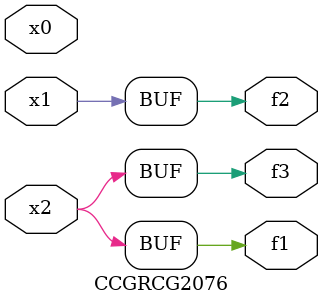
<source format=v>
module CCGRCG2076(
	input x0, x1, x2,
	output f1, f2, f3
);
	assign f1 = x2;
	assign f2 = x1;
	assign f3 = x2;
endmodule

</source>
